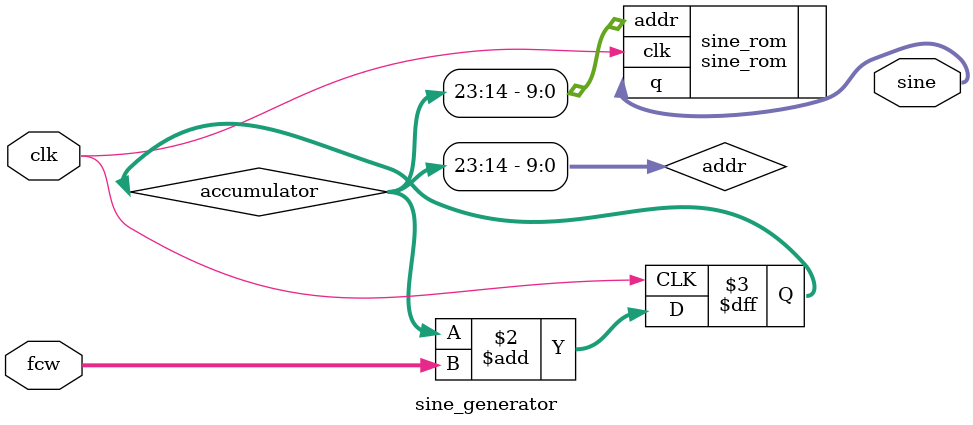
<source format=v>
module sine_generator(
    input clk,
    input [23:0] fcw,
    output wire[15:0] sine
);
    wire[9:0] addr;
    reg[23:0] accumulator;

    assign addr = accumulator[23:14];

    sine_rom sine_rom(
        .addr(addr),
        .clk(clk),
        .q(sine)
    );

    always @ (posedge clk) begin
        accumulator = accumulator + fcw;
    end

endmodule

</source>
